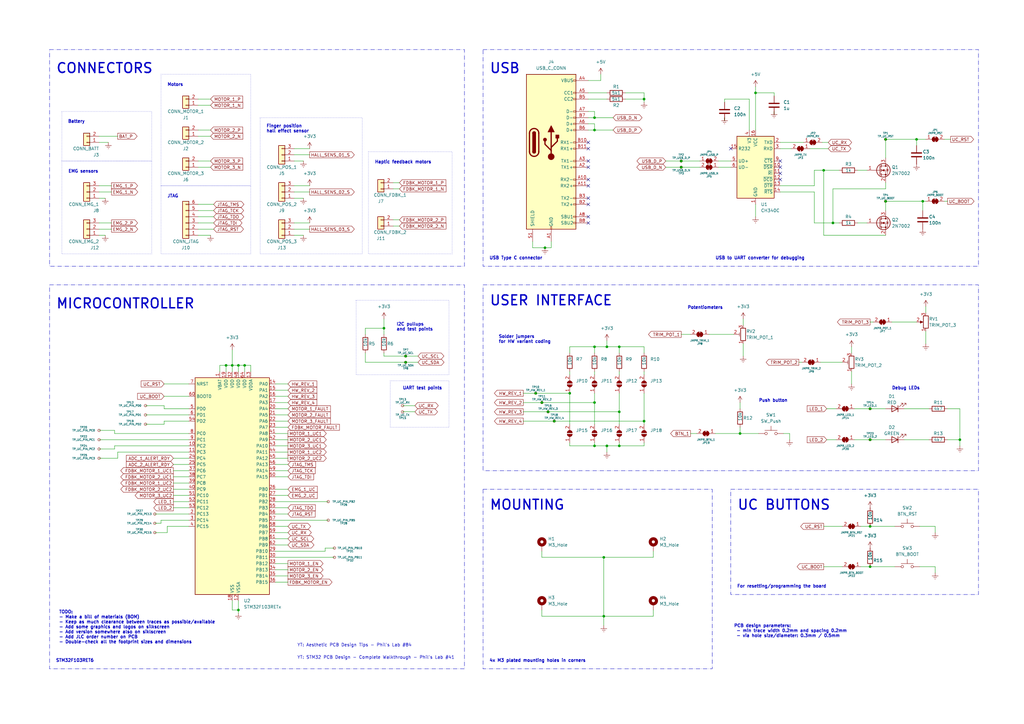
<source format=kicad_sch>
(kicad_sch (version 20230121) (generator eeschema)
  (paper "A3")
  (title_block (title "OpenHand prosthetic hand controller project") (date "2024-01-31") (rev "v1.0") (comment 1 "Aleksa Heler"))
  (junction (at 219.71 161.29))
  (junction (at 243.84 53.34))
  (junction (at 375.92 57.15))
  (junction (at 378.46 82.55))
  (junction (at 356.87 215.9))
  (junction (at 341.63 91.44))
  (junction (at 264.16 172.72))
  (junction (at 264.16 40.64))
  (junction (at 97.79 250.19))
  (junction (at 337.82 69.85))
  (junction (at 254 142.24))
  (junction (at 233.68 161.29))
  (junction (at 393.7 180.34))
  (junction (at 279.4 66.04))
  (junction (at 356.87 167.64))
  (junction (at 254 182.88))
  (junction (at 95.25 149.86))
  (junction (at 92.71 149.86))
  (junction (at 222.25 165.1))
  (junction (at 247.65 228.6))
  (junction (at 243.84 142.24))
  (junction (at 303.53 177.8))
  (junction (at 166.37 148.59))
  (junction (at 166.37 146.05))
  (junction (at 279.4 68.58))
  (junction (at 363.22 57.15))
  (junction (at 254 168.91))
  (junction (at 227.33 172.72))
  (junction (at 356.87 180.34))
  (junction (at 243.84 48.26))
  (junction (at 356.87 232.41))
  (junction (at 243.84 165.1))
  (junction (at 224.79 168.91))
  (junction (at 309.88 38.1))
  (junction (at 243.84 182.88))
  (junction (at 248.92 142.24))
  (junction (at 223.52 101.6))
  (junction (at 363.22 82.55))
  (junction (at 248.92 182.88))
  (junction (at 100.33 149.86))
  (junction (at 247.65 252.73))
  (junction (at 97.79 149.86))
  (junction (at 157.48 134.62))
  (no_connect (at 241.3 81.28))
  (no_connect (at 320.04 73.66))
  (no_connect (at 320.04 68.58))
  (no_connect (at 299.72 60.96))
  (no_connect (at 241.3 68.58))
  (no_connect (at 320.04 71.12))
  (no_connect (at 241.3 60.96))
  (no_connect (at 241.3 76.2))
  (no_connect (at 241.3 91.44))
  (no_connect (at 241.3 83.82))
  (no_connect (at 241.3 88.9))
  (no_connect (at 241.3 66.04))
  (no_connect (at 241.3 58.42))
  (no_connect (at 241.3 73.66))
  (no_connect (at 320.04 66.04))
  (wire (pts (xy 351.79 91.44) (xy 355.6 91.44)))
  (wire (pts (xy 222.25 165.1) (xy 243.84 165.1)))
  (wire (pts (xy 254 182.88) (xy 264.16 182.88)))
  (wire (pts (xy 71.12 205.74) (xy 77.47 205.74)))
  (wire (pts (xy 120.65 93.98) (xy 127 93.98)))
  (wire (pts (xy 102.87 152.4) (xy 102.87 149.86)))
  (wire (pts (xy 71.12 190.5) (xy 77.47 190.5)))
  (wire (pts (xy 363.22 77.47) (xy 341.63 77.47)))
  (wire (pts (xy 157.48 144.78) (xy 157.48 146.05)))
  (wire (pts (xy 67.31 167.64) (xy 67.31 166.37)))
  (wire (pts (xy 320.04 58.42) (xy 329.565 58.42)))
  (wire (pts (xy 317.5 45.72) (xy 317.5 46.99)))
  (wire (pts (xy 214.63 168.91) (xy 224.79 168.91)))
  (wire (pts (xy 113.03 180.34) (xy 118.11 180.34)))
  (wire (pts (xy 379.73 125.73) (xy 379.73 128.27)))
  (wire (pts (xy 222.25 252.73) (xy 247.65 252.73)))
  (wire (pts (xy 264.16 142.24) (xy 264.16 144.78)))
  (wire (pts (xy 226.06 101.6) (xy 226.06 99.06)))
  (wire (pts (xy 113.03 208.28) (xy 118.11 208.28)))
  (wire (pts (xy 303.53 175.26) (xy 303.53 177.8)))
  (wire (pts (xy 40.64 55.88) (xy 48.26 55.88)))
  (wire (pts (xy 40.64 81.28) (xy 43.18 81.28)))
  (wire (pts (xy 370.84 180.34) (xy 381 180.34)))
  (wire (pts (xy 254 181.61) (xy 254 182.88)))
  (wire (pts (xy 67.31 172.72) (xy 67.31 173.99)))
  (wire (pts (xy 71.12 193.04) (xy 77.47 193.04)))
  (wire (pts (xy 81.28 68.58) (xy 86.36 68.58)))
  (wire (pts (xy 81.28 86.36) (xy 87.63 86.36)))
  (wire (pts (xy 113.03 210.82) (xy 118.11 210.82)))
  (wire (pts (xy 71.12 187.96) (xy 77.47 187.96)))
  (wire (pts (xy 71.12 203.2) (xy 77.47 203.2)))
  (wire (pts (xy 113.03 182.88) (xy 118.11 182.88)))
  (wire (pts (xy 67.31 162.56) (xy 77.47 162.56)))
  (wire (pts (xy 218.44 101.6) (xy 223.52 101.6)))
  (wire (pts (xy 149.86 137.16) (xy 149.86 134.62)))
  (wire (pts (xy 256.54 40.64) (xy 264.16 40.64)))
  (wire (pts (xy 59.69 170.18) (xy 77.47 170.18)))
  (wire (pts (xy 97.79 149.86) (xy 97.79 152.4)))
  (wire (pts (xy 48.26 187.96) (xy 48.26 185.42)))
  (wire (pts (xy 40.64 96.52) (xy 43.18 96.52)))
  (wire (pts (xy 243.84 161.29) (xy 243.84 165.1)))
  (wire (pts (xy 81.28 96.52) (xy 86.36 96.52)))
  (wire (pts (xy 46.99 182.88) (xy 46.99 184.15)))
  (wire (pts (xy 113.03 185.42) (xy 118.11 185.42)))
  (wire (pts (xy 113.03 226.06) (xy 133.35 226.06)))
  (wire (pts (xy 224.79 168.91) (xy 254 168.91)))
  (wire (pts (xy 68.58 215.9) (xy 77.47 215.9)))
  (wire (pts (xy 349.25 152.4) (xy 349.25 157.48)))
  (wire (pts (xy 267.97 228.6) (xy 247.65 228.6)))
  (wire (pts (xy 40.64 91.44) (xy 45.72 91.44)))
  (wire (pts (xy 297.18 40.64) (xy 297.18 41.91)))
  (wire (pts (xy 81.28 53.34) (xy 86.36 53.34)))
  (wire (pts (xy 356.87 132.08) (xy 358.14 132.08)))
  (wire (pts (xy 90.17 149.86) (xy 90.17 152.4)))
  (wire (pts (xy 40.64 176.53) (xy 46.99 176.53)))
  (wire (pts (xy 219.71 161.29) (xy 233.68 161.29)))
  (wire (pts (xy 383.54 232.41) (xy 377.19 232.41)))
  (wire (pts (xy 256.54 38.1) (xy 264.16 38.1)))
  (wire (pts (xy 350.52 180.34) (xy 356.87 180.34)))
  (wire (pts (xy 351.79 69.85) (xy 355.6 69.85)))
  (wire (pts (xy 243.84 142.24) (xy 248.92 142.24)))
  (wire (pts (xy 267.97 226.06) (xy 267.97 228.6)))
  (wire (pts (xy 341.63 77.47) (xy 341.63 91.44)))
  (wire (pts (xy 118.11 200.66) (xy 113.03 200.66)))
  (wire (pts (xy 309.88 83.82) (xy 309.88 88.9)))
  (wire (pts (xy 356.87 167.64) (xy 363.22 167.64)))
  (wire (pts (xy 370.84 167.64) (xy 381 167.64)))
  (wire (pts (xy 309.88 35.56) (xy 309.88 38.1)))
  (wire (pts (xy 264.16 38.1) (xy 264.16 40.64)))
  (wire (pts (xy 81.28 93.98) (xy 87.63 93.98)))
  (wire (pts (xy 157.48 130.81) (xy 157.48 134.62)))
  (wire (pts (xy 120.65 63.5) (xy 127 63.5)))
  (wire (pts (xy 214.63 161.29) (xy 219.71 161.29)))
  (wire (pts (xy 118.11 157.48) (xy 113.03 157.48)))
  (wire (pts (xy 118.11 238.76) (xy 113.03 238.76)))
  (wire (pts (xy 356.87 180.34) (xy 363.22 180.34)))
  (wire (pts (xy 337.82 96.52) (xy 337.82 69.85)))
  (wire (pts (xy 113.03 187.96) (xy 118.11 187.96)))
  (wire (pts (xy 157.48 146.05) (xy 166.37 146.05)))
  (wire (pts (xy 241.3 50.8) (xy 243.84 50.8)))
  (wire (pts (xy 248.92 142.24) (xy 254 142.24)))
  (wire (pts (xy 293.37 177.8) (xy 303.53 177.8)))
  (wire (pts (xy 113.03 220.98) (xy 118.11 220.98)))
  (wire (pts (xy 165.1 166.37) (xy 170.18 166.37)))
  (wire (pts (xy 243.84 50.8) (xy 243.84 53.34)))
  (wire (pts (xy 161.29 74.93) (xy 163.83 74.93)))
  (wire (pts (xy 233.68 182.88) (xy 243.84 182.88)))
  (wire (pts (xy 334.01 76.2) (xy 334.01 69.85)))
  (wire (pts (xy 133.35 226.06) (xy 133.35 224.79)))
  (wire (pts (xy 113.03 228.6) (xy 137.16 228.6)))
  (wire (pts (xy 243.84 48.26) (xy 251.46 48.26)))
  (wire (pts (xy 77.47 167.64) (xy 67.31 167.64)))
  (wire (pts (xy 113.03 170.18) (xy 118.11 170.18)))
  (wire (pts (xy 71.12 200.66) (xy 77.47 200.66)))
  (wire (pts (xy 387.35 57.15) (xy 389.89 57.15)))
  (wire (pts (xy 254 142.24) (xy 254 144.78)))
  (wire (pts (xy 248.92 182.88) (xy 248.92 185.42)))
  (wire (pts (xy 118.11 233.68) (xy 113.03 233.68)))
  (wire (pts (xy 363.22 86.36) (xy 363.22 82.55)))
  (wire (pts (xy 95.25 149.86) (xy 97.79 149.86)))
  (wire (pts (xy 66.04 213.36) (xy 66.04 214.63)))
  (wire (pts (xy 118.11 162.56) (xy 113.03 162.56)))
  (wire (pts (xy 77.47 213.36) (xy 66.04 213.36)))
  (wire (pts (xy 120.65 96.52) (xy 124.46 96.52)))
  (wire (pts (xy 67.31 173.99) (xy 59.69 173.99)))
  (wire (pts (xy 92.71 149.86) (xy 95.25 149.86)))
  (wire (pts (xy 353.06 215.9) (xy 356.87 215.9)))
  (wire (pts (xy 290.83 137.16) (xy 300.99 137.16)))
  (wire (pts (xy 81.28 83.82) (xy 87.63 83.82)))
  (wire (pts (xy 113.03 167.64) (xy 118.11 167.64)))
  (wire (pts (xy 113.03 215.9) (xy 118.11 215.9)))
  (wire (pts (xy 95.25 143.51) (xy 95.25 149.86)))
  (wire (pts (xy 321.31 177.8) (xy 323.85 177.8)))
  (wire (pts (xy 165.1 168.91) (xy 170.18 168.91)))
  (wire (pts (xy 356.87 232.41) (xy 367.03 232.41)))
  (wire (pts (xy 294.64 68.58) (xy 299.72 68.58)))
  (wire (pts (xy 247.65 228.6) (xy 247.65 252.73)))
  (wire (pts (xy 63.5 218.44) (xy 68.58 218.44)))
  (wire (pts (xy 337.82 69.85) (xy 344.17 69.85)))
  (wire (pts (xy 243.84 165.1) (xy 243.84 173.99)))
  (wire (pts (xy 171.45 148.59) (xy 166.37 148.59)))
  (wire (pts (xy 222.25 250.19) (xy 222.25 252.73)))
  (wire (pts (xy 264.16 181.61) (xy 264.16 182.88)))
  (wire (pts (xy 388.62 180.34) (xy 393.7 180.34)))
  (wire (pts (xy 113.03 193.04) (xy 118.11 193.04)))
  (wire (pts (xy 279.4 66.04) (xy 287.02 66.04)))
  (wire (pts (xy 247.65 256.54) (xy 247.65 252.73)))
  (wire (pts (xy 71.12 208.28) (xy 77.47 208.28)))
  (wire (pts (xy 166.37 146.05) (xy 171.45 146.05)))
  (wire (pts (xy 283.21 177.8) (xy 285.75 177.8)))
  (wire (pts (xy 118.11 231.14) (xy 113.03 231.14)))
  (wire (pts (xy 248.92 139.7) (xy 248.92 142.24)))
  (wire (pts (xy 149.86 134.62) (xy 157.48 134.62)))
  (wire (pts (xy 81.28 66.04) (xy 86.36 66.04)))
  (wire (pts (xy 120.65 76.2) (xy 127 76.2)))
  (wire (pts (xy 273.05 68.58) (xy 279.4 68.58)))
  (wire (pts (xy 241.3 40.64) (xy 248.92 40.64)))
  (wire (pts (xy 243.84 152.4) (xy 243.84 153.67)))
  (wire (pts (xy 95.25 250.19) (xy 97.79 250.19)))
  (wire (pts (xy 113.03 175.26) (xy 118.11 175.26)))
  (wire (pts (xy 97.79 251.46) (xy 97.79 250.19)))
  (wire (pts (xy 363.22 57.15) (xy 363.22 64.77)))
  (wire (pts (xy 68.58 218.44) (xy 68.58 215.9)))
  (wire (pts (xy 113.03 190.5) (xy 118.11 190.5)))
  (wire (pts (xy 387.35 82.55) (xy 388.62 82.55)))
  (wire (pts (xy 383.54 234.95) (xy 383.54 232.41)))
  (wire (pts (xy 81.28 91.44) (xy 87.63 91.44)))
  (wire (pts (xy 71.12 195.58) (xy 77.47 195.58)))
  (wire (pts (xy 113.03 205.74) (xy 134.62 205.74)))
  (wire (pts (xy 307.34 40.64) (xy 297.18 40.64)))
  (wire (pts (xy 77.47 182.88) (xy 46.99 182.88)))
  (wire (pts (xy 166.37 148.59) (xy 149.86 148.59)))
  (wire (pts (xy 233.68 161.29) (xy 233.68 173.99)))
  (wire (pts (xy 214.63 165.1) (xy 222.25 165.1)))
  (wire (pts (xy 353.06 232.41) (xy 356.87 232.41)))
  (wire (pts (xy 81.28 55.88) (xy 86.36 55.88)))
  (wire (pts (xy 297.18 49.53) (xy 297.18 48.26)))
  (wire (pts (xy 157.48 134.62) (xy 157.48 137.16)))
  (wire (pts (xy 40.64 93.98) (xy 45.72 93.98)))
  (wire (pts (xy 254 152.4) (xy 254 153.67)))
  (wire (pts (xy 92.71 149.86) (xy 92.71 152.4)))
  (wire (pts (xy 337.82 232.41) (xy 345.44 232.41)))
  (wire (pts (xy 267.97 252.73) (xy 267.97 250.19)))
  (wire (pts (xy 363.22 57.15) (xy 375.92 57.15)))
  (wire (pts (xy 327.66 148.59) (xy 328.93 148.59)))
  (wire (pts (xy 113.03 177.8) (xy 118.11 177.8)))
  (wire (pts (xy 59.69 166.37) (xy 67.31 166.37)))
  (wire (pts (xy 334.01 69.85) (xy 337.82 69.85)))
  (wire (pts (xy 113.03 213.36) (xy 134.62 213.36)))
  (wire (pts (xy 378.46 82.55) (xy 378.46 86.36)))
  (wire (pts (xy 248.92 182.88) (xy 254 182.88)))
  (wire (pts (xy 383.54 215.9) (xy 377.19 215.9)))
  (wire (pts (xy 71.12 198.12) (xy 77.47 198.12)))
  (wire (pts (xy 356.87 215.9) (xy 367.03 215.9)))
  (wire (pts (xy 63.5 210.82) (xy 77.47 210.82)))
  (wire (pts (xy 48.26 185.42) (xy 77.47 185.42)))
  (wire (pts (xy 222.25 228.6) (xy 222.25 226.06)))
  (wire (pts (xy 363.22 96.52) (xy 337.82 96.52)))
  (wire (pts (xy 120.65 78.74) (xy 127 78.74)))
  (wire (pts (xy 241.3 48.26) (xy 243.84 48.26)))
  (wire (pts (xy 227.33 172.72) (xy 264.16 172.72)))
  (wire (pts (xy 161.29 90.17) (xy 163.83 90.17)))
  (wire (pts (xy 243.84 45.72) (xy 243.84 48.26)))
  (wire (pts (xy 46.99 177.8) (xy 46.99 176.53)))
  (wire (pts (xy 243.84 182.88) (xy 248.92 182.88)))
  (wire (pts (xy 40.64 180.34) (xy 77.47 180.34)))
  (wire (pts (xy 233.68 142.24) (xy 233.68 144.78)))
  (wire (pts (xy 264.16 161.29) (xy 264.16 172.72)))
  (wire (pts (xy 120.65 60.96) (xy 127 60.96)))
  (wire (pts (xy 100.33 149.86) (xy 100.33 152.4)))
  (wire (pts (xy 241.3 33.02) (xy 246.38 33.02)))
  (wire (pts (xy 77.47 177.8) (xy 46.99 177.8)))
  (wire (pts (xy 337.82 215.9) (xy 345.44 215.9)))
  (wire (pts (xy 118.11 203.2) (xy 113.03 203.2)))
  (wire (pts (xy 233.68 142.24) (xy 243.84 142.24)))
  (wire (pts (xy 375.92 57.15) (xy 375.92 59.69)))
  (wire (pts (xy 97.79 246.38) (xy 97.79 250.19)))
  (wire (pts (xy 341.63 91.44) (xy 344.17 91.44)))
  (wire (pts (xy 100.33 149.86) (xy 102.87 149.86)))
  (wire (pts (xy 92.71 149.86) (xy 90.17 149.86)))
  (wire (pts (xy 264.16 172.72) (xy 264.16 173.99)))
  (wire (pts (xy 304.8 140.97) (xy 304.8 146.05)))
  (wire (pts (xy 133.35 224.79) (xy 137.16 224.79)))
  (wire (pts (xy 379.73 135.89) (xy 379.73 140.97)))
  (wire (pts (xy 81.28 88.9) (xy 87.63 88.9)))
  (wire (pts (xy 393.7 167.64) (xy 393.7 180.34)))
  (wire (pts (xy 323.85 177.8) (xy 323.85 180.34)))
  (wire (pts (xy 95.25 152.4) (xy 95.25 149.86)))
  (wire (pts (xy 218.44 99.06) (xy 218.44 101.6)))
  (wire (pts (xy 243.84 53.34) (xy 251.46 53.34)))
  (wire (pts (xy 337.185 58.42) (xy 339.725 58.42)))
  (wire (pts (xy 81.28 43.18) (xy 86.36 43.18)))
  (wire (pts (xy 383.54 218.44) (xy 383.54 215.9)))
  (wire (pts (xy 334.01 78.74) (xy 320.04 78.74)))
  (wire (pts (xy 294.64 66.04) (xy 299.72 66.04)))
  (wire (pts (xy 40.64 76.2) (xy 45.72 76.2)))
  (wire (pts (xy 320.04 60.96) (xy 324.485 60.96)))
  (wire (pts (xy 279.4 68.58) (xy 287.02 68.58)))
  (wire (pts (xy 40.64 187.96) (xy 48.26 187.96)))
  (wire (pts (xy 120.65 66.04) (xy 124.46 66.04)))
  (wire (pts (xy 393.7 182.88) (xy 393.7 180.34)))
  (wire (pts (xy 40.64 78.74) (xy 45.72 78.74)))
  (wire (pts (xy 241.3 38.1) (xy 248.92 38.1)))
  (wire (pts (xy 339.09 180.34) (xy 342.9 180.34)))
  (wire (pts (xy 317.5 39.37) (xy 317.5 38.1)))
  (wire (pts (xy 264.16 41.91) (xy 264.16 40.64)))
  (wire (pts (xy 334.01 91.44) (xy 341.63 91.44)))
  (wire (pts (xy 332.105 60.96) (xy 339.725 60.96)))
  (wire (pts (xy 118.11 160.02) (xy 113.03 160.02)))
  (wire (pts (xy 77.47 172.72) (xy 67.31 172.72)))
  (wire (pts (xy 241.3 53.34) (xy 243.84 53.34)))
  (wire (pts (xy 161.29 77.47) (xy 163.83 77.47)))
  (wire (pts (xy 113.03 195.58) (xy 118.11 195.58)))
  (wire (pts (xy 67.31 157.48) (xy 77.47 157.48)))
  (wire (pts (xy 273.05 66.04) (xy 279.4 66.04)))
  (wire (pts (xy 349.25 142.24) (xy 349.25 144.78)))
  (wire (pts (xy 254 168.91) (xy 254 173.99)))
  (wire (pts (xy 247.65 228.6) (xy 222.25 228.6)))
  (wire (pts (xy 339.09 167.64) (xy 342.9 167.64)))
  (wire (pts (xy 46.99 184.15) (xy 40.64 184.15)))
  (wire (pts (xy 303.53 177.8) (xy 311.15 177.8)))
  (wire (pts (xy 149.86 148.59) (xy 149.86 144.78)))
  (wire (pts (xy 223.52 101.6) (xy 226.06 101.6)))
  (wire (pts (xy 309.88 38.1) (xy 309.88 53.34)))
  (wire (pts (xy 97.79 149.86) (xy 100.33 149.86)))
  (wire (pts (xy 243.84 181.61) (xy 243.84 182.88)))
  (wire (pts (xy 66.04 214.63) (xy 63.5 214.63)))
  (wire (pts (xy 350.52 167.64) (xy 356.87 167.64)))
  (wire (pts (xy 95.25 246.38) (xy 95.25 250.19)))
  (wire (pts (xy 243.84 142.24) (xy 243.84 144.78)))
  (wire (pts (xy 279.4 137.16) (xy 283.21 137.16)))
  (wire (pts (xy 233.68 181.61) (xy 233.68 182.88)))
  (wire (pts (xy 113.03 172.72) (xy 118.11 172.72)))
  (wire (pts (xy 113.03 218.44) (xy 118.11 218.44)))
  (wire (pts (xy 118.11 236.22) (xy 113.03 236.22)))
  (wire (pts (xy 233.68 152.4) (xy 233.68 153.67)))
  (wire (pts (xy 320.04 76.2) (xy 334.01 76.2)))
  (wire (pts (xy 40.64 58.42) (xy 44.45 58.42)))
  (wire (pts (xy 120.65 91.44) (xy 127 91.44)))
  (wire (pts (xy 247.65 252.73) (xy 267.97 252.73)))
  (wire (pts (xy 254 142.24) (xy 264.16 142.24)))
  (wire (pts (xy 118.11 165.1) (xy 113.03 165.1)))
  (wire (pts (xy 120.65 81.28) (xy 124.46 81.28)))
  (wire (pts (xy 303.53 165.1) (xy 303.53 167.64)))
  (wire (pts (xy 363.22 74.93) (xy 363.22 77.47)))
  (wire (pts (xy 336.55 148.59) (xy 345.44 148.59)))
  (wire (pts (xy 378.46 82.55) (xy 379.73 82.55)))
  (wire (pts (xy 363.22 82.55) (xy 378.46 82.55)))
  (wire (pts (xy 365.76 132.08) (xy 375.92 132.08)))
  (wire (pts (xy 317.5 38.1) (xy 309.88 38.1)))
  (wire (pts (xy 161.29 92.71) (xy 163.83 92.71)))
  (wire (pts (xy 81.28 40.64) (xy 86.36 40.64)))
  (wire (pts (xy 214.63 172.72) (xy 227.33 172.72)))
  (wire (pts (xy 304.8 130.81) (xy 304.8 133.35)))
  (wire (pts (xy 246.38 33.02) (xy 246.38 30.48)))
  (wire (pts (xy 254 161.29) (xy 254 168.91)))
  (wire (pts (xy 388.62 167.64) (xy 393.7 167.64)))
  (wire (pts (xy 113.03 223.52) (xy 118.11 223.52)))
  (wire (pts (xy 241.3 45.72) (xy 243.84 45.72)))
  (wire (pts (xy 264.16 152.4) (xy 264.16 153.67)))
  (wire (pts (xy 307.34 53.34) (xy 307.34 40.64)))
  (wire (pts (xy 375.92 57.15) (xy 379.73 57.15)))
  (wire (pts (xy 334.01 78.74) (xy 334.01 91.44)))
  (rectangle (start 20.32 20.32) (end 190.5 109.22) (stroke (width 0) (type dash_dot)))
  (rectangle (start 198.12 20.32) (end 401.32 109.22) (stroke (width 0) (type dash_dot)))
  (rectangle (start 299.72 200.66) (end 401.32 243.84) (stroke (width 0) (type dash_dot)))
  (rectangle (start 198.12 116.84) (end 401.32 193.04) (stroke (width 0) (type dash_dot)))
  (rectangle (start 146.05 123.19) (end 184.15 153.67) (stroke (width 0) (type dot)))
  (rectangle (start 198.12 200.66) (end 292.1 274.32) (stroke (width 0) (type dash_dot)))
  (rectangle (start 160.02 156.21) (end 184.15 175.26) (stroke (width 0) (type dot)))
  (rectangle (start 25.4 45.72) (end 62.23 66.04) (stroke (width 0) (type dot)))
  (rectangle (start 66.04 76.2) (end 102.87 104.14) (stroke (width 0) (type dot)))
  (rectangle (start 25.4 66.04) (end 62.23 104.14) (stroke (width 0) (type dot)))
  (rectangle (start 151.13 62.23) (end 185.42 104.14) (stroke (width 0) (type dot)))
  (rectangle (start 20.32 116.84) (end 190.5 274.32) (stroke (width 0) (type dash_dot)))
  (rectangle (start 106.68 48.26) (end 148.59 104.14) (stroke (width 0) (type dot)))
  (rectangle (start 66.04 30.48) (end 102.87 76.2) (stroke (width 0) (type dot)))
  (text "I2C pullups\nand test points" (at 162.56 135.89 0) (effects (font (size 1.27 1.27) (thickness 0.254) bold) (justify left bottom)))
  (text "For resetting/programming the board" (at 302.26 241.3 0) (effects (font (size 1.27 1.27) bold) (justify left bottom)))
  (text "Debug LEDs" (at 365.76 160.02 0) (effects (font (size 1.27 1.27) bold) (justify left bottom)))
  (text "Potentiometers" (at 281.94 127 0) (effects (font (size 1.27 1.27) bold) (justify left bottom)))
  (text "MICROCONTROLLER" (at 22.86 127 0) (effects (font (size 4 4) (thickness 0.6) bold) (justify left bottom)))
  (text "Battery" (at 27.8128 50.6759 0) (effects (font (size 1.27 1.27) bold) (justify left bottom)))
  (text "UART test points" (at 165.1 160.02 0) (effects (font (size 1.27 1.27) (thickness 0.254) bold) (justify left bottom)))
  (text "Solder jumpers \nfor HW variant coding" (at 204.47 140.97 0) (effects (font (size 1.27 1.27) bold) (justify left bottom)))
  (text "Haptic feedback motors" (at 153.67 67.31 0) (effects (font (size 1.27 1.27) bold) (justify left bottom)))
  (text "USB" (at 200.66 30.48 0) (effects (font (size 4 4) (thickness 0.6) bold) (justify left bottom)))
  (text "Push button" (at 311.15 165.1 0) (effects (font (size 1.27 1.27) bold) (justify left bottom)))
  (text "4x M3 plated mounting holes in corners" (at 200.66 271.78 0) (effects (font (size 1.27 1.27) bold) (justify left bottom)))
  (text "TODO:\n- Make a bill of materials (BOM)\n- Keep as much clearance between traces as possible/available\n- Add some graphics and logos on silkscreen\n- Add version somewhere also on siklscreen\n- Add JLC order number on PCB\n- Double-check all the footprint sizes and dimensions" (at 24.13 264.16 0) (effects (font (size 1.27 1.27) bold) (justify left bottom)))
  (text "Motors" (at 68.58 35.56 0) (effects (font (size 1.27 1.27) bold) (justify left bottom)))
  (text "MOUNTING" (at 200.66 209.55 0) (effects (font (size 4 4) (thickness 0.6) bold) (justify left bottom)))
  (text "CONNECTORS" (at 22.86 30.48 0) (effects (font (size 4 4) (thickness 0.6) bold) (justify left bottom)))
  (text "PCB design parameters:\n - min trace width 0.2mm and spacing 0.2mm\n - via hole size/diameter: 0.3mm / 0.5mm" (at 300.99 261.62 0) (effects (font (size 1.27 1.27) bold) (justify left bottom)))
  (text "YT: STM32 PCB Design - Complete Walkthrough - Phil's Lab #41" (at 121.92 270.51 0) (effects (font (size 1.27 1.27)) (justify left bottom)))
  (text "USB Type C connector" (at 200.66 106.68 0) (effects (font (size 1.27 1.27) bold) (justify left bottom)))
  (text "USER INTERFACE" (at 200.66 125.73 0) (effects (font (size 4 4) (thickness 0.6) bold) (justify left bottom)))
  (text "STM32F103RET6 " (at 22.86 271.78 0) (effects (font (size 1.27 1.27) bold) (justify left bottom)))
  (text "YT: Aesthetic PCB Design Tips - Phil's Lab #84" (at 121.92 265.43 0) (effects (font (size 1.27 1.27)) (justify left bottom)))
  (text "Finger position \nhall effect sensor" (at 109.22 54.61 0) (effects (font (size 1.27 1.27) bold) (justify left bottom)))
  (text "USB to UART converter for debugging" (at 293.37 106.68 0) (effects (font (size 1.27 1.27) bold) (justify left bottom)))
  (text "UC BUTTONS" (at 302.26 209.55 0) (effects (font (size 4 4) (thickness 0.6) bold) (justify left bottom)))
  (text "EMG sensors" (at 27.94 71.12 0) (effects (font (size 1.27 1.27) bold) (justify left bottom)))
  (text "JTAG" (at 68.58 81.28 0) (effects (font (size 1.27 1.27) bold) (justify left bottom)))
  (global_label "JTAG_TCK" (shape bidirectional) (at 87.63 86.36 0) (property "Intersheetrefs" "${INTERSHEET_REFS}" (effects hide)))
  (global_label "UC_BOOT" (shape output) (at 388.62 82.55 0) (property "Intersheetrefs" "${INTERSHEET_REFS}" (effects hide)))
  (global_label "UC_SDA" (shape bidirectional) (at 171.45 148.59 0) (property "Intersheetrefs" "${INTERSHEET_REFS}" (effects hide)))
  (global_label "UC_TX" (shape bidirectional) (at 118.11 215.9 0) (property "Intersheetrefs" "${INTERSHEET_REFS}" (effects hide)))
  (global_label "LED_1" (shape output) (at 71.12 205.74 180) (property "Intersheetrefs" "${INTERSHEET_REFS}" (effects hide)))
  (global_label "EMG_2_UC" (shape input) (at 118.11 203.2 0) (property "Intersheetrefs" "${INTERSHEET_REFS}" (effects hide)))
  (global_label "UC_SCL" (shape bidirectional) (at 171.45 146.05 0) (property "Intersheetrefs" "${INTERSHEET_REFS}" (effects hide)))
  (global_label "MOTOR_3_P" (shape input) (at 86.36 66.04 0) (property "Intersheetrefs" "${INTERSHEET_REFS}" (effects hide)))
  (global_label "JTAG_TDO" (shape input) (at 118.11 208.28 0) (property "Intersheetrefs" "${INTERSHEET_REFS}" (effects hide)))
  (global_label "ADC_2_ALERT_RDY" (shape input) (at 71.12 190.5 180) (property "Intersheetrefs" "${INTERSHEET_REFS}" (effects hide)))
  (global_label "MOTOR_1_EN" (shape output) (at 118.11 231.14 0) (property "Intersheetrefs" "${INTERSHEET_REFS}" (effects hide)))
  (global_label "EMG_1_P" (shape output) (at 45.72 76.2 0) (property "Intersheetrefs" "${INTERSHEET_REFS}" (effects hide)))
  (global_label "TRIM_POT_1" (shape output) (at 279.4 137.16 180) (property "Intersheetrefs" "${INTERSHEET_REFS}" (effects hide)))
  (global_label "MOTOR_2_FAULT" (shape input) (at 118.11 170.18 0) (property "Intersheetrefs" "${INTERSHEET_REFS}" (effects hide)))
  (global_label "MOTOR_1_P" (shape input) (at 86.36 40.64 0) (property "Intersheetrefs" "${INTERSHEET_REFS}" (effects hide)))
  (global_label "USB_D_P" (shape bidirectional) (at 251.46 53.34 0) (property "Intersheetrefs" "${INTERSHEET_REFS}" (effects hide)))
  (global_label "JTAG_TDO" (shape bidirectional) (at 87.63 88.9 0) (property "Intersheetrefs" "${INTERSHEET_REFS}" (effects hide)))
  (global_label "JTAG_TMS" (shape input) (at 118.11 190.5 0) (property "Intersheetrefs" "${INTERSHEET_REFS}" (effects hide)))
  (global_label "JTAG_RST" (shape input) (at 118.11 210.82 0) (property "Intersheetrefs" "${INTERSHEET_REFS}" (effects hide)))
  (global_label "MOTOR_2_UC1" (shape output) (at 118.11 180.34 0) (property "Intersheetrefs" "${INTERSHEET_REFS}" (effects hide)))
  (global_label "FDBK_MOTOR_2_UC2" (shape output) (at 71.12 200.66 180) (property "Intersheetrefs" "${INTERSHEET_REFS}" (effects hide)))
  (global_label "HW_REV_2" (shape output) (at 214.63 165.1 180) (property "Intersheetrefs" "${INTERSHEET_REFS}" (effects hide)))
  (global_label "HW_REV_4" (shape output) (at 214.63 172.72 180) (property "Intersheetrefs" "${INTERSHEET_REFS}" (effects hide)))
  (global_label "EMG_1_N" (shape output) (at 45.72 78.74 0) (property "Intersheetrefs" "${INTERSHEET_REFS}" (effects hide)))
  (global_label "JTAG_RST" (shape bidirectional) (at 87.63 93.98 0) (property "Intersheetrefs" "${INTERSHEET_REFS}" (effects hide)))
  (global_label "FDBK_MOTOR_2_P" (shape input) (at 163.83 90.17 0) (property "Intersheetrefs" "${INTERSHEET_REFS}" (effects hide)))
  (global_label "UC_TX" (shape bidirectional) (at 170.18 168.91 0) (property "Intersheetrefs" "${INTERSHEET_REFS}" (effects hide)))
  (global_label "HW_REV_2" (shape input) (at 118.11 160.02 0) (property "Intersheetrefs" "${INTERSHEET_REFS}" (effects hide)))
  (global_label "MOTOR_3_UC1" (shape output) (at 118.11 182.88 0) (property "Intersheetrefs" "${INTERSHEET_REFS}" (effects hide)))
  (global_label "UC_RX" (shape bidirectional) (at 339.725 58.42 0) (property "Intersheetrefs" "${INTERSHEET_REFS}" (effects hide)))
  (global_label "HW_REV_1" (shape output) (at 214.63 161.29 180) (property "Intersheetrefs" "${INTERSHEET_REFS}" (effects hide)))
  (global_label "EMG_2_N" (shape output) (at 45.72 93.98 0) (property "Intersheetrefs" "${INTERSHEET_REFS}" (effects hide)))
  (global_label "JTAG_TMS" (shape bidirectional) (at 87.63 83.82 0) (property "Intersheetrefs" "${INTERSHEET_REFS}" (effects hide)))
  (global_label "UC_BOOT" (shape output) (at 337.82 232.41 180) (property "Intersheetrefs" "${INTERSHEET_REFS}" (effects hide)))
  (global_label "FDBK_MOTOR_1_UC2" (shape output) (at 71.12 198.12 180) (property "Intersheetrefs" "${INTERSHEET_REFS}" (effects hide)))
  (global_label "UC_RX" (shape bidirectional) (at 118.11 218.44 0) (property "Intersheetrefs" "${INTERSHEET_REFS}" (effects hide)))
  (global_label "LED_2" (shape output) (at 71.12 208.28 180) (property "Intersheetrefs" "${INTERSHEET_REFS}" (effects hide)))
  (global_label "MOTOR_3_UC2" (shape output) (at 71.12 203.2 180) (property "Intersheetrefs" "${INTERSHEET_REFS}" (effects hide)))
  (global_label "UC_TX" (shape bidirectional) (at 339.725 60.96 0) (property "Intersheetrefs" "${INTERSHEET_REFS}" (effects hide)))
  (global_label "MOTOR_3_FAULT" (shape input) (at 118.11 172.72 0) (property "Intersheetrefs" "${INTERSHEET_REFS}" (effects hide)))
  (global_label "FDBK_MOTOR_1_P" (shape input) (at 163.83 74.93 0) (property "Intersheetrefs" "${INTERSHEET_REFS}" (effects hide)))
  (global_label "USB_D_N" (shape bidirectional) (at 273.05 68.58 180) (property "Intersheetrefs" "${INTERSHEET_REFS}" (effects hide)))
  (global_label "HW_REV_4" (shape input) (at 118.11 165.1 0) (property "Intersheetrefs" "${INTERSHEET_REFS}" (effects hide)))
  (global_label "MOTOR_3_EN" (shape output) (at 118.11 236.22 0) (property "Intersheetrefs" "${INTERSHEET_REFS}" (effects hide)))
  (global_label "MOTOR_1_UC2" (shape output) (at 118.11 185.42 0) (property "Intersheetrefs" "${INTERSHEET_REFS}" (effects hide)))
  (global_label "HW_REV_1" (shape input) (at 118.11 157.48 0) (property "Intersheetrefs" "${INTERSHEET_REFS}" (effects hide)))
  (global_label "BAT_P" (shape output) (at 48.26 55.88 0) (property "Intersheetrefs" "${INTERSHEET_REFS}" (effects hide)))
  (global_label "UC_BOOT" (shape input) (at 67.31 162.56 180) (property "Intersheetrefs" "${INTERSHEET_REFS}" (effects hide)))
  (global_label "LED_2" (shape input) (at 339.09 180.34 180) (property "Intersheetrefs" "${INTERSHEET_REFS}" (effects hide)))
  (global_label "UC_RST" (shape output) (at 389.89 57.15 0) (property "Intersheetrefs" "${INTERSHEET_REFS}" (effects hide)))
  (global_label "HALL_SENS_02_S" (shape output) (at 127 78.74 0) (property "Intersheetrefs" "${INTERSHEET_REFS}" (effects hide)))
  (global_label "FDBK_MOTOR_1_UC1" (shape output) (at 71.12 193.04 180) (property "Intersheetrefs" "${INTERSHEET_REFS}" (effects hide)))
  (global_label "FDBK_MOTOR_2_UC1" (shape output) (at 71.12 195.58 180) (property "Intersheetrefs" "${INTERSHEET_REFS}" (effects hide)))
  (global_label "MOTOR_1_N" (shape input) (at 86.36 43.18 0) (property "Intersheetrefs" "${INTERSHEET_REFS}" (effects hide)))
  (global_label "MOTOR_2_P" (shape input) (at 86.36 53.34 0) (property "Intersheetrefs" "${INTERSHEET_REFS}" (effects hide)))
  (global_label "HW_REV_3" (shape input) (at 118.11 162.56 0) (property "Intersheetrefs" "${INTERSHEET_REFS}" (effects hide)))
  (global_label "HW_REV_3" (shape output) (at 214.63 168.91 180) (property "Intersheetrefs" "${INTERSHEET_REFS}" (effects hide)))
  (global_label "FDBK_MOTOR_FAULT" (shape input) (at 118.11 175.26 0) (property "Intersheetrefs" "${INTERSHEET_REFS}" (effects hide)))
  (global_label "HALL_SENS_01_S" (shape output) (at 127 63.5 0) (property "Intersheetrefs" "${INTERSHEET_REFS}" (effects hide)))
  (global_label "EMG_2_P" (shape output) (at 45.72 91.44 0) (property "Intersheetrefs" "${INTERSHEET_REFS}" (effects hide)))
  (global_label "FDBK_MOTOR_2_N" (shape input) (at 163.83 92.71 0) (property "Intersheetrefs" "${INTERSHEET_REFS}" (effects hide)))
  (global_label "JTAG_TCK" (shape input) (at 118.11 193.04 0) (property "Intersheetrefs" "${INTERSHEET_REFS}" (effects hide)))
  (global_label "JTAG_TDI" (shape input) (at 118.11 195.58 0) (property "Intersheetrefs" "${INTERSHEET_REFS}" (effects hide)))
  (global_label "USB_D_N" (shape bidirectional) (at 251.46 48.26 0) (property "Intersheetrefs" "${INTERSHEET_REFS}" (effects hide)))
  (global_label "TRIM_POT_3" (shape output) (at 356.87 132.08 180) (property "Intersheetrefs" "${INTERSHEET_REFS}" (effects hide)))
  (global_label "MOTOR_2_UC2" (shape output) (at 118.11 187.96 0) (property "Intersheetrefs" "${INTERSHEET_REFS}" (effects hide)))
  (global_label "UC_SDA" (shape bidirectional) (at 118.11 223.52 0) (property "Intersheetrefs" "${INTERSHEET_REFS}" (effects hide)))
  (global_label "JTAG_TDI" (shape bidirectional) (at 87.63 91.44 0) (property "Intersheetrefs" "${INTERSHEET_REFS}" (effects hide)))
  (global_label "UC_RX" (shape bidirectional) (at 170.18 166.37 0) (property "Intersheetrefs" "${INTERSHEET_REFS}" (effects hide)))
  (global_label "ADC_1_ALERT_RDY" (shape input) (at 71.12 187.96 180) (property "Intersheetrefs" "${INTERSHEET_REFS}" (effects hide)))
  (global_label "MOTOR_1_FAULT" (shape input) (at 118.11 167.64 0) (property "Intersheetrefs" "${INTERSHEET_REFS}" (effects hide)))
  (global_label "UC_SCL" (shape bidirectional) (at 118.11 220.98 0) (property "Intersheetrefs" "${INTERSHEET_REFS}" (effects hide)))
  (global_label "BTN_1" (shape output) (at 283.21 177.8 180) (property "Intersheetrefs" "${INTERSHEET_REFS}" (effects hide)))
  (global_label "MOTOR_2_N" (shape input) (at 86.36 55.88 0) (property "Intersheetrefs" "${INTERSHEET_REFS}" (effects hide)))
  (global_label "UC_RST" (shape input) (at 67.31 157.48 180) (property "Intersheetrefs" "${INTERSHEET_REFS}" (effects hide)))
  (global_label "MOTOR_2_EN" (shape output) (at 118.11 233.68 0) (property "Intersheetrefs" "${INTERSHEET_REFS}" (effects hide)))
  (global_label "EMG_1_UC" (shape input) (at 118.11 200.66 0) (property "Intersheetrefs" "${INTERSHEET_REFS}" (effects hide)))
  (global_label "LED_1" (shape input) (at 339.09 167.64 180) (property "Intersheetrefs" "${INTERSHEET_REFS}" (effects hide)))
  (global_label "HALL_SENS_03_S" (shape output) (at 127 93.98 0) (property "Intersheetrefs" "${INTERSHEET_REFS}" (effects hide)))
  (global_label "TRIM_POT_2" (shape output) (at 327.66 148.59 180) (property "Intersheetrefs" "${INTERSHEET_REFS}" (effects hide)))
  (global_label "USB_D_P" (shape bidirectional) (at 273.05 66.04 180) (property "Intersheetrefs" "${INTERSHEET_REFS}" (effects hide)))
  (global_label "UC_RST" (shape output) (at 337.82 215.9 180) (property "Intersheetrefs" "${INTERSHEET_REFS}" (effects hide)))
  (global_label "MOTOR_1_UC1" (shape output) (at 118.11 177.8 0) (property "Intersheetrefs" "${INTERSHEET_REFS}" (effects hide)))
  (global_label "MOTOR_3_N" (shape input) (at 86.36 68.58 0) (property "Intersheetrefs" "${INTERSHEET_REFS}" (effects hide)))
  (global_label "FDBK_MOTOR_EN" (shape output) (at 118.11 238.76 0) (property "Intersheetrefs" "${INTERSHEET_REFS}" (effects hide)))
  (global_label "FDBK_MOTOR_1_N" (shape input) (at 163.83 77.47 0) (property "Intersheetrefs" "${INTERSHEET_REFS}" (effects hide)))
  (symbol (lib_id "Connector:TestPoint_Small") (at 63.5 218.44 180) (unit 1)
    (property "Reference" "TP30" (at 57.15 217.17 0) (effects (font (size 0.8 0.8))))
    (property "Value" "TP_UC_PIN_PC15" (at 57.15 218.44 0) (effects (font (size 0.8 0.8))))
    (property "Footprint" "TestPoint:TestPoint_Pad_D1.0mm" (effects hide))
  )
  (symbol (lib_id "Connector_Generic:Conn_01x03") (at 115.57 78.74 180) (unit 1)
    (property "Reference" "J9" (at 115.57 86.36 0))
    (property "Value" "CONN_POS_2" (at 115.57 83.82 0))
    (property "Footprint" "Connector_JST:JST_EH_S3B-EH_1x03_P2.50mm_Horizontal" (effects hide))
  )
  (symbol (lib_id "Device:R") (at 264.16 148.59 0) (unit 1)
    (property "Reference" "R10" (at 266.7 147.32 0) (effects (justify left)))
    (property "Value" "10k" (at 264.16 149.86 90) (effects (justify left)))
    (property "Footprint" "Resistor_SMD:R_0805_2012Metric_Pad1.20x1.40mm_HandSolder" (effects hide))
  )
  (symbol (lib_id "Connector_Generic:Conn_01x02") (at 156.21 92.71 180) (unit 1)
    (property "Reference" "J11" (at 156.21 97.79 0))
    (property "Value" "CONN_FDBK_2" (at 160.02 95.25 0))
    (property "Footprint" "Connector_JST:JST_EH_S2B-EH_1x02_P2.50mm_Horizontal" (effects hide))
  )
  (symbol (lib_id "power:+5V") (at 309.88 35.56 0) (unit 1)
    (property "Reference" "#PWR02" (effects hide))
    (property "Value" "+5V" (at 309.88 30.48 0))
  )
  (symbol (lib_id "power:+3V3") (at 304.8 130.81 0) (unit 1)
    (property "Reference" "#PWR022" (effects hide))
    (property "Value" "+3V3" (at 304.8 125.73 0))
  )
  (symbol (lib_id "power:Earth") (at 297.18 48.26 0) (unit 1)
    (property "Reference" "#PWR05" (effects hide))
    (property "Value" "Earth" (effects hide))
  )
  (symbol (lib_id "power:Earth") (at 383.54 234.95 0) (unit 1)
    (property "Reference" "#PWR036" (effects hide))
    (property "Value" "Earth" (effects hide))
  )
  (symbol (lib_id "Jumper:SolderJumper_2_Bridged") (at 383.54 57.15 0) (unit 1)
    (property "Reference" "JP1" (at 383.54 53.34 0) (effects (font (size 0.8 0.8))))
    (property "Value" "JMPR_RST" (at 383.54 54.61 0) (effects (font (size 0.8 0.8))))
    (property "Footprint" "Jumper:SolderJumper-2_P1.3mm_Bridged_RoundedPad1.0x1.5mm" (effects hide))
  )
  (symbol (lib_id "Device:R") (at 356.87 228.6 0) (unit 1)
    (property "Reference" "R15" (at 358.14 229.87 0) (effects (justify left)))
    (property "Value" "10k" (at 356.87 229.87 90) (effects (justify left)))
    (property "Footprint" "Resistor_SMD:R_0805_2012Metric_Pad1.20x1.40mm_HandSolder" (effects hide))
  )
  (symbol (lib_id "Jumper:SolderJumper_2_Open") (at 243.84 157.48 90) (unit 1)
    (property "Reference" "JP11" (at 246.38 156.21 90) (effects (justify right)))
    (property "Value" "SolderJumper_2_Open" (effects hide))
    (property "Footprint" "Jumper:SolderJumper-2_P1.3mm_Open_RoundedPad1.0x1.5mm" (effects hide))
  )
  (symbol (lib_id "Jumper:SolderJumper_2_Open") (at 233.68 157.48 90) (unit 1)
    (property "Reference" "JP10" (at 236.22 156.21 90) (effects (justify right)))
    (property "Value" "SolderJumper_2_Open" (effects hide))
    (property "Footprint" "Jumper:SolderJumper-2_P1.3mm_Open_RoundedPad1.0x1.5mm" (effects hide))
  )
  (symbol (lib_id "Jumper:SolderJumper_2_Bridged") (at 349.25 232.41 180) (unit 1)
    (property "Reference" "JP22" (at 349.25 236.22 0) (effects (font (size 0.8 0.8))))
    (property "Value" "JMPR_BTN_BOOT" (at 349.25 234.95 0) (effects (font (size 0.8 0.8))))
    (property "Footprint" "Jumper:SolderJumper-2_P1.3mm_Bridged_RoundedPad1.0x1.5mm" (effects hide))
  )
  (symbol (lib_id "Device:R") (at 149.86 140.97 180) (unit 1)
    (property "Reference" "R5" (at 151.13 140.97 0) (effects (justify right)))
    (property "Value" "10k" (at 149.86 142.24 90) (effects (justify right)))
    (property "Footprint" "Resistor_SMD:R_0805_2012Metric_Pad1.20x1.40mm_HandSolder" (effects hide))
  )
  (symbol (lib_id "Connector:TestPoint_Small") (at 40.64 176.53 180) (unit 1)
    (property "Reference" "TP20" (at 34.29 175.26 0) (effects (font (size 0.8 0.8))))
    (property "Value" "TP_UC_PIN_PC0" (at 34.29 176.53 0) (effects (font (size 0.8 0.8))))
    (property "Footprint" "TestPoint:TestPoint_Pad_D1.0mm" (effects hide))
  )
  (symbol (lib_id "Switch:SW_Push") (at 372.11 215.9 0) (unit 1)
    (property "Reference" "SW2" (at 372.11 208.28 0))
    (property "Value" "BTN_RST" (at 372.11 210.82 0))
    (property "Footprint" "Button_Switch_SMD:SW_Tactile_SPST_NO_Straight_CK_PTS636Sx25SMTRLFS" (effects hide))
  )
  (symbol (lib_id "Jumper:SolderJumper_2_Bridged") (at 346.71 180.34 180) (unit 1)
    (property "Reference" "JP20" (at 346.71 184.15 0) (effects (font (size 0.8 0.8))))
    (property "Value" "JMPR_LED_2" (at 346.71 182.88 0) (effects (font (size 0.8 0.8))))
    (property "Footprint" "Jumper:SolderJumper-2_P1.3mm_Bridged_RoundedPad1.0x1.5mm" (effects hide))
  )
  (symbol (lib_id "power:Earth") (at 349.25 157.48 0) (unit 1)
    (property "Reference" "#PWR028" (effects hide))
    (property "Value" "Earth" (effects hide))
  )
  (symbol (lib_id "power:Earth") (at 264.16 41.91 0) (unit 1)
    (property "Reference" "#PWR03" (effects hide))
    (property "Value" "Earth" (effects hide))
  )
  (symbol (lib_id "Device:LED") (at 367.03 167.64 180) (unit 1)
    (property "Reference" "D1" (at 365.76 162.56 0))
    (property "Value" "RED" (at 365.76 165.1 0))
    (property "Footprint" "LED_SMD:LED_0805_2012Metric" (effects hide))
  )
  (symbol (lib_id "Device:R") (at 252.73 40.64 90) (unit 1)
    (property "Reference" "R2" (at 252.73 43.18 90))
    (property "Value" "5k1" (at 252.73 40.64 90))
    (property "Footprint" "Resistor_SMD:R_0805_2012Metric_Pad1.20x1.40mm_HandSolder" (effects hide))
  )
  (symbol (lib_id "Jumper:SolderJumper_2_Bridged") (at 361.95 132.08 180) (unit 1)
    (property "Reference" "JP7" (at 361.95 135.89 0) (effects (font (size 0.8 0.8))))
    (property "Value" "JMPR_POT_1" (at 361.95 134.62 0) (effects (font (size 0.8 0.8))))
    (property "Footprint" "Jumper:SolderJumper-2_P1.3mm_Bridged_RoundedPad1.0x1.5mm" (effects hide))
  )
  (symbol (lib_id "Connector:TestPoint_Small") (at 63.5 214.63 180) (unit 1)
    (property "Reference" "TP29" (at 57.15 213.36 0) (effects (font (size 0.8 0.8))))
    (property "Value" "TP_UC_PIN_PC14" (at 57.15 214.63 0) (effects (font (size 0.8 0.8))))
    (property "Footprint" "TestPoint:TestPoint_Pad_D1.0mm" (effects hide))
  )
  (symbol (lib_id "power:Earth") (at 43.18 96.52 0) (unit 1)
    (property "Reference" "#PWR016" (effects hide))
    (property "Value" "Earth" (effects hide))
  )
  (symbol (lib_id "power:Earth") (at 124.46 96.52 0) (unit 1)
    (property "Reference" "#PWR018" (effects hide))
    (property "Value" "Earth" (effects hide))
  )
  (symbol (lib_id "power:Earth") (at 317.5 45.72 0) (unit 1)
    (property "Reference" "#PWR04" (effects hide))
    (property "Value" "Earth" (effects hide))
  )
  (symbol (lib_id "Connector:TestPoint_Small") (at 279.4 68.58 0) (unit 1)
    (property "Reference" "TP3" (at 279.4 71.12 0) (effects (font (size 0.8 0.8))))
    (property "Value" "TP_USB_D_N" (at 279.4 69.85 0) (effects (font (size 0.8 0.8))))
    (property "Footprint" "TestPoint:TestPoint_Pad_D1.0mm" (effects hide))
  )
  (symbol (lib_id "power:+3V3") (at 157.48 130.81 0) (unit 1)
    (property "Reference" "#PWR021" (effects hide))
    (property "Value" "+3V3" (at 157.48 125.73 0))
  )
  (symbol (lib_id "Device:R") (at 233.68 148.59 0) (unit 1)
    (property "Reference" "R7" (at 236.22 147.32 0) (effects (justify left)))
    (property "Value" "10k" (at 233.68 149.86 90) (effects (justify left)))
    (property "Footprint" "Resistor_SMD:R_0805_2012Metric_Pad1.20x1.40mm_HandSolder" (effects hide))
  )
  (symbol (lib_id "Connector:TestPoint_Small") (at 279.4 66.04 180) (unit 1)
    (property "Reference" "TP2" (at 279.4 63.5 0) (effects (font (size 0.8 0.8))))
    (property "Value" "TP_USB_D_P" (at 279.4 64.77 0) (effects (font (size 0.8 0.8))))
    (property "Footprint" "TestPoint:TestPoint_Pad_D1.0mm" (effects hide))
  )
  (symbol (lib_id "Device:R") (at 384.81 167.64 90) (unit 1)
    (property "Reference" "R11" (at 384.81 165.1 90))
    (property "Value" "4k7" (at 384.81 167.64 90))
    (property "Footprint" "Resistor_SMD:R_0805_2012Metric_Pad1.20x1.40mm_HandSolder" (effects hide))
  )
  (symbol (lib_id "Transistor_FET:2N7002") (at 360.68 69.85 0) (unit 1)
    (property "Reference" "Q1" (at 365.76 68.58 0) (effects (justify left)))
    (property "Value" "2N7002" (at 365.76 71.12 0) (effects (justify left)))
    (property "Footprint" "Package_TO_SOT_SMD:SOT-23" (effects hide))
    (property "Datasheet" "https://www.onsemi.com/pub/Collateral/NDS7002A-D.PDF" (effects hide))
  )
  (symbol (lib_id "Mechanical:MountingHole_Pad") (at 267.97 247.65 0) (unit 1)
    (property "Reference" "H4" (at 270.51 245.11 0) (effects (justify left)))
    (property "Value" "M3_Hole" (at 270.51 247.65 0) (effects (justify left)))
    (property "Footprint" "MountingHole:MountingHole_3.2mm_M3_Pad_Via" (effects hide))
  )
  (symbol (lib_id "power:Earth") (at 383.54 218.44 0) (unit 1)
    (property "Reference" "#PWR034" (effects hide))
    (property "Value" "Earth" (effects hide))
  )
  (symbol (lib_id "Connector:TestPoint_Small") (at 219.71 161.29 180) (unit 1)
    (property "Reference" "TP10" (at 219.71 158.75 0) (effects (font (size 0.8 0.8))))
    (property "Value" "TP_HW_REV_1" (at 219.71 160.02 0) (effects (font (size 0.8 0.8))))
    (property "Footprint" "TestPoint:TestPoint_Pad_D1.0mm" (effects hide))
  )
  (symbol (lib_id "Connector:USB_C_Receptacle") (at 226.06 58.42 0) (unit 1)
    (property "Reference" "J4" (at 226.06 25.4 0))
    (property "Value" "USB_C_CONN" (at 226.06 27.94 0))
    (property "Footprint" "Connector_USB:USB_C_Receptacle_G-Switch_GT-USB-7010ASV" (effects hide))
    (property "Datasheet" "https://www.usb.org/sites/default/files/documents/usb_type-c.zip" (effects hide))
  )
  (symbol (lib_id "Device:R") (at 347.98 69.85 90) (unit 1)
    (property "Reference" "R3" (at 347.98 67.31 90))
    (property "Value" "1k" (at 347.98 69.85 90))
    (property "Footprint" "Resistor_SMD:R_0805_2012Metric_Pad1.20x1.40mm_HandSolder" (effects hide))
  )
  (symbol (lib_id "power:+3V3") (at 127 76.2 0) (unit 1)
    (property "Reference" "#PWR010" (effects hide))
    (property "Value" "+3V3" (at 127 71.12 0))
  )
  (symbol (lib_id "Connector:TestPoint_Small") (at 40.64 187.96 180) (unit 1)
    (property "Reference" "TP25" (at 34.29 186.69 0) (effects (font (size 0.8 0.8))))
    (property "Value" "TP_UC_PIN_PC3" (at 34.29 187.96 0) (effects (font (size 0.8 0.8))))
    (property "Footprint" "TestPoint:TestPoint_Pad_D1.0mm" (effects hide))
  )
  (symbol (lib_id "Jumper:SolderJumper_2_Bridged") (at 383.54 82.55 0) (unit 1)
    (property "Reference" "JP6" (at 383.54 78.74 0) (effects (font (size 0.8 0.8))))
    (property "Value" "JMPR_BOOT" (at 383.54 80.01 0) (effects (font (size 0.8 0.8))))
    (property "Footprint" "Jumper:SolderJumper-2_P1.3mm_Bridged_RoundedPad1.0x1.5mm" (effects hide))
  )
  (symbol (lib_id "Connector:TestPoint_Small") (at 59.69 173.99 180) (unit 1)
    (property "Reference" "TP19" (at 53.34 172.72 0) (effects (font (size 0.8 0.8))))
    (property "Value" "TP_UC_PIN_PD2" (at 53.34 173.99 0) (effects (font (size 0.8 0.8))))
    (property "Footprint" "TestPoint:TestPoint_Pad_D1.0mm" (effects hide))
  )
  (symbol (lib_id "Device:R") (at 243.84 148.59 0) (unit 1)
    (property "Reference" "R8" (at 246.38 147.32 0) (effects (justify left)))
    (property "Value" "10k" (at 243.84 149.86 90) (effects (justify left)))
    (property "Footprint" "Resistor_SMD:R_0805_2012Metric_Pad1.20x1.40mm_HandSolder" (effects hide))
  )
  (symbol (lib_id "Jumper:SolderJumper_2_Open") (at 264.16 157.48 90) (unit 1)
    (property "Reference" "JP13" (at 266.7 156.21 90) (effects (justify right)))
    (property "Value" "SolderJumper_2_Open" (effects hide))
    (property "Footprint" "Jumper:SolderJumper-2_P1.3mm_Open_RoundedPad1.0x1.5mm" (effects hide))
  )
  (symbol (lib_id "power:+3V3") (at 303.53 165.1 0) (unit 1)
    (property "Reference" "#PWR029" (effects hide))
    (property "Value" "+3V3" (at 303.53 160.02 0))
  )
  (symbol (lib_id "power:+3V3") (at 379.73 125.73 0) (unit 1)
    (property "Reference" "#PWR020" (effects hide))
    (property "Value" "+3V3" (at 379.73 120.65 0))
  )
  (symbol (lib_id "Transistor_FET:2N7002") (at 360.68 91.44 0) (unit 1)
    (property "Reference" "Q2" (at 365.76 90.17 0) (effects (justify left)))
    (property "Value" "2N7002" (at 365.76 92.71 0) (effects (justify left)))
    (property "Footprint" "Package_TO_SOT_SMD:SOT-23" (effects hide))
    (property "Datasheet" "https://www.onsemi.com/pub/Collateral/NDS7002A-D.PDF" (effects hide))
  )
  (symbol (lib_id "power:Earth") (at 44.45 58.42 0) (unit 1)
    (property "Reference" "#PWR06" (effects hide))
    (property "Value" "Earth" (effects hide))
  )
  (symbol (lib_id "power:Earth") (at 43.18 81.28 0) (unit 1)
    (property "Reference" "#PWR011" (effects hide))
    (property "Value" "Earth" (effects hide))
  )
  (symbol (lib_id "Jumper:SolderJumper_2_Open") (at 264.16 177.8 90) (unit 1)
    (property "Reference" "JP18" (at 266.7 176.53 90) (effects (justify right)))
    (property "Value" "SolderJumper_2_Open" (effects hide))
    (property "Footprint" "Jumper:SolderJumper-2_P1.3mm_Open_RoundedPad1.0x1.5mm" (effects hide))
  )
  (symbol (lib_id "Device:R") (at 157.48 140.97 180) (unit 1)
    (property "Reference" "R6" (at 158.75 140.97 0) (effects (justify right)))
    (property "Value" "10k" (at 157.48 142.24 90) (effects (justify right)))
    (property "Footprint" "Resistor_SMD:R_0805_2012Metric_Pad1.20x1.40mm_HandSolder" (effects hide))
  )
  (symbol (lib_id "power:+3V3") (at 127 91.44 0) (unit 1)
    (property "Reference" "#PWR014" (effects hide))
    (property "Value" "+3V3" (at 127 86.36 0))
  )
  (symbol (lib_id "Connector:TestPoint_Small") (at 165.1 166.37 180) (unit 1)
    (property "Reference" "TP13" (at 165.1 163.83 0) (effects (font (size 0.8 0.8))))
    (property "Value" "TP_UC_RX" (at 165.1 165.1 0) (effects (font (size 0.8 0.8))))
    (property "Footprint" "TestPoint:TestPoint_Pad_D1.0mm" (effects hide))
  )
  (symbol (lib_id "Device:R") (at 254 148.59 0) (unit 1)
    (property "Reference" "R9" (at 256.54 147.32 0) (effects (justify left)))
    (property "Value" "10k" (at 254 149.86 90) (effects (justify left)))
    (property "Footprint" "Resistor_SMD:R_0805_2012Metric_Pad1.20x1.40mm_HandSolder" (effects hide))
  )
  (symbol (lib_id "Connector:TestPoint_Small") (at 363.22 82.55 180) (unit 1)
    (property "Reference" "TP4" (at 363.22 80.01 0) (effects (font (size 0.8 0.8))))
    (property "Value" "TP_UC_BOOT" (at 363.22 81.28 0) (effects (font (size 0.8 0.8))))
    (property "Footprint" "TestPoint:TestPoint_Pad_D1.0mm" (effects hide))
  )
  (symbol (lib_id "power:Earth") (at 323.85 180.34 0) (unit 1)
    (property "Reference" "#PWR030" (effects hide))
    (property "Value" "Earth" (effects hide))
  )
  (symbol (lib_id "Connector:TestPoint_Small") (at 363.22 57.15 180) (unit 1)
    (property "Reference" "TP1" (at 363.22 54.61 0) (effects (font (size 0.8 0.8))))
    (property "Value" "TP_UC_RST" (at 363.22 55.88 0) (effects (font (size 0.8 0.8))))
    (property "Footprint" "TestPoint:TestPoint_Pad_D1.0mm" (effects hide))
  )
  (symbol (lib_id "power:Earth") (at 248.92 185.42 0) (unit 1)
    (property "Reference" "#PWR032" (effects hide))
    (property "Value" "Earth" (effects hide))
  )
  (symbol (lib_id "Connector:TestPoint_Small") (at 166.37 146.05 180) (unit 1)
    (property "Reference" "TP7" (at 166.37 143.51 0) (effects (font (size 0.8 0.8))))
    (property "Value" "TP_UC_SCL" (at 166.37 144.78 0) (effects (font (size 0.8 0.8))))
    (property "Footprint" "TestPoint:TestPoint_Pad_D1.0mm" (effects hide))
  )
  (symbol (lib_id "Connector:TestPoint_Small") (at 134.62 213.36 0) (unit 1)
    (property "Reference" "TP28" (at 140.97 214.63 0) (effects (font (size 0.8 0.8))))
    (property "Value" "TP_UC_PIN_PB5" (at 140.97 213.36 0) (effects (font (size 0.8 0.8))))
    (property "Footprint" "TestPoint:TestPoint_Pad_D1.0mm" (effects hide))
  )
  (symbol (lib_id "Interface_USB:CH340C") (at 309.88 68.58 0) (unit 1)
    (property "Reference" "U1" (at 312.0741 83.82 0) (effects (justify left)))
    (property "Value" "CH340C" (at 312.0741 86.36 0) (effects (justify left)))
    (property "Footprint" "Package_SO:SOIC-16_3.9x9.9mm_P1.27mm" (effects hide))
    (property "Datasheet" "https://datasheet.lcsc.com/szlcsc/Jiangsu-Qin-Heng-CH340C_C84681.pdf" (effects hide))
  )
  (symbol (lib_id "Connector_Generic:Conn_01x02") (at 76.2 43.18 180) (unit 1)
    (property "Reference" "J1" (at 76.2 48.26 0))
    (property "Value" "CONN_MOTOR_1" (at 76.2 45.72 0))
    (property "Footprint" "Connector_JST:JST_EH_S2B-EH_1x02_P2.50mm_Horizontal" (effects hide))
  )
  (symbol (lib_id "Switch:SW_Push") (at 316.23 177.8 0) (unit 1)
    (property "Reference" "SW1" (at 316.23 170.18 0))
    (property "Value" "SW_Push" (at 316.23 172.72 0))
    (property "Footprint" "Button_Switch_SMD:SW_Tactile_SPST_NO_Straight_CK_PTS636Sx25SMTRLFS" (effects hide))
  )
  (symbol (lib_id "Connector_Generic:Conn_01x02") (at 76.2 55.88 180) (unit 1)
    (property "Reference" "J2" (at 76.2 60.96 0))
    (property "Value" "CONN_MOTOR_2" (at 76.2 58.42 0))
    (property "Footprint" "Connector_JST:JST_EH_S2B-EH_1x02_P2.50mm_Horizontal" (effects hide))
  )
  (symbol (lib_id "Device:R") (at 303.53 171.45 0) (unit 1)
    (property "Reference" "R12" (at 304.8 171.45 0) (effects (justify left)))
    (property "Value" "10k" (at 303.53 172.72 90) (effects (justify left)))
    (property "Footprint" "Resistor_SMD:R_0805_2012Metric_Pad1.20x1.40mm_HandSolder" (effects hide))
  )
  (symbol (lib_id "Jumper:SolderJumper_2_Open") (at 254 157.48 90) (unit 1)
    (property "Reference" "JP12" (at 256.54 156.21 90) (effects (justify right)))
    (property "Value" "SolderJumper_2_Open" (effects hide))
    (property "Footprint" "Jumper:SolderJumper-2_P1.3mm_Open_RoundedPad1.0x1.5mm" (effects hide))
  )
  (symbol (lib_id "Jumper:SolderJumper_2_Open") (at 243.84 177.8 90) (unit 1)
    (property "Reference" "JP16" (at 246.38 176.53 90) (effects (justify right)))
    (property "Value" "SolderJumper_2_Open" (effects hide))
    (property "Footprint" "Jumper:SolderJumper-2_P1.3mm_Open_RoundedPad1.0x1.5mm" (effects hide))
  )
  (symbol (lib_id "Mechanical:MountingHole_Pad") (at 222.25 247.65 0) (unit 1)
    (property "Reference" "H3" (at 224.79 245.11 0) (effects (justify left)))
    (property "Value" "M3_Hole" (at 224.79 247.65 0) (effects (justify left)))
    (property "Footprint" "MountingHole:MountingHole_3.2mm_M3_Pad_Via" (effects hide))
  )
  (symbol (lib_id "power:+3V3") (at 356.87 224.79 0) (unit 1)
    (property "Reference" "#PWR035" (effects hide))
    (property "Value" "+3V3" (at 356.87 219.71 0))
  )
  (symbol (lib_id "Device:C") (at 317.5 43.18 0) (unit 1)
    (property "Reference" "C1" (at 321.31 41.91 0) (effects (justify left)))
    (property "Value" "1u" (at 321.31 44.45 0) (effects (justify left)))
    (property "Footprint" "Capacitor_SMD:C_1206_3216Metric_Pad1.33x1.80mm_HandSolder" (effects hide))
  )
  (symbol (lib_id "Connector_Generic:Conn_01x03") (at 115.57 63.5 180) (unit 1)
    (property "Reference" "J5" (at 115.57 71.12 0))
    (property "Value" "CONN_POS_1" (at 115.57 68.58 0))
    (property "Footprint" "Connector_JST:JST_EH_S3B-EH_1x03_P2.50mm_Horizontal" (effects hide))
  )
  (symbol (lib_id "power:Earth") (at 375.92 67.31 0) (unit 1)
    (property "Reference" "#PWR09" (effects hide))
    (property "Value" "Earth" (effects hide))
  )
  (symbol (lib_id "Connector_Generic:Conn_01x06") (at 76.2 91.44 180) (unit 1)
    (property "Reference" "J10" (at 76.2 101.6 0))
    (property "Value" "CONN_JTAG" (at 76.2 99.06 0))
    (property "Footprint" "Connector_PinHeader_2.54mm:PinHeader_1x06_P2.54mm_Vertical" (effects hide))
  )
  (symbol (lib_id "Jumper:SolderJumper_2_Bridged") (at 287.02 137.16 180) (unit 1)
    (property "Reference" "JP8" (at 287.02 140.97 0) (effects (font (size 0.8 0.8))))
    (property "Value" "JMPR_TRIM_1" (at 287.02 139.7 0) (effects (font (size 0.8 0.8))))
    (property "Footprint" "Jumper:SolderJumper-2_P1.3mm_Bridged_RoundedPad1.0x1.5mm" (effects hide))
  )
  (symbol (lib_id "power:Earth") (at 247.65 256.54 0) (unit 1)
    (property "Reference" "#PWR038" (effects hide))
    (property "Value" "Earth" (effects hide))
  )
  (symbol (lib_id "Jumper:SolderJumper_2_Open") (at 233.68 177.8 90) (unit 1)
    (property "Reference" "JP15" (at 236.22 176.53 90) (effects (justify right)))
    (property "Value" "SolderJumper_2_Open" (effects hide))
    (property "Footprint" "Jumper:SolderJumper-2_P1.3mm_Open_RoundedPad1.0x1.5mm" (effects hide))
  )
  (symbol (lib_id "Jumper:SolderJumper_2_Bridged") (at 332.74 148.59 180) (unit 1)
    (property "Reference" "JP9" (at 332.74 152.4 0) (effects (font (size 0.8 0.8))))
    (property "Value" "JMPR_TRIM_2" (at 332.74 151.13 0) (effects (font (size 0.8 0.8))))
    (property "Footprint" "Jumper:SolderJumper-2_P1.3mm_Bridged_RoundedPad1.0x1.5mm" (effects hide))
  )
  (symbol (lib_id "Jumper:SolderJumper_2_Bridged") (at 349.25 215.9 180) (unit 1)
    (property "Reference" "JP21" (at 349.25 219.71 0) (effects (font (size 0.8 0.8))))
    (property "Value" "JMPR_BTN_RST" (at 349.25 218.44 0) (effects (font (size 0.8 0.8))))
    (property "Footprint" "Jumper:SolderJumper-2_P1.3mm_Bridged_RoundedPad1.0x1.5mm" (effects hide))
  )
  (symbol (lib_id "Connector:TestPoint_Small") (at 222.25 165.1 180) (unit 1)
    (property "Reference" "TP11" (at 222.25 162.56 0) (effects (font (size 0.8 0.8))))
    (property "Value" "TP_HW_REV_2" (at 222.25 163.83 0) (effects (font (size 0.8 0.8))))
    (property "Footprint" "TestPoint:TestPoint_Pad_D1.0mm" (effects hide))
  )
  (symbol (lib_id "Mechanical:MountingHole_Pad") (at 267.97 223.52 0) (unit 1)
    (property "Reference" "H2" (at 270.51 220.98 0) (effects (justify left)))
    (property "Value" "M3_Hole" (at 270.51 223.52 0) (effects (justify left)))
    (property "Footprint" "MountingHole:MountingHole_3.2mm_M3_Pad_Via" (effects hide))
  )
  (symbol (lib_id "Jumper:SolderJumper_2_Bridged") (at 290.83 66.04 0) (unit 1)
    (property "Reference" "JP4" (at 290.83 62.23 0) (effects (font (size 0.8 0.8))))
    (property "Value" "JMPR_USB_P" (at 290.83 63.5 0) (effects (font (size 0.8 0.8))))
    (property "Footprint" "Jumper:SolderJumper-2_P1.3mm_Bridged_RoundedPad1.0x1.5mm" (effects hide))
  )
  (symbol (lib_id "Connector:TestPoint_Small") (at 137.16 224.79 0) (unit 1)
    (property "Reference" "TP31" (at 143.51 226.06 0) (effects (font (size 0.8 0.8))))
    (property "Value" "TP_UC_PIN_PB10" (at 143.51 224.79 0) (effects (font (size 0.8 0.8))))
    (property "Footprint" "TestPoint:TestPoint_Pad_D1.0mm" (effects hide))
  )
  (symbol (lib_id "power:Earth") (at 124.46 66.04 0) (unit 1)
    (property "Reference" "#PWR08" (effects hide))
    (property "Value" "Earth" (effects hide))
  )
  (symbol (lib_id "Connector:TestPoint_Small") (at 59.69 166.37 180) (unit 1)
    (property "Reference" "TP12" (at 53.34 165.1 0) (effects (font (size 0.8 0.8))))
    (property "Value" "TP_UC_PIN_PD0" (at 53.34 166.37 0) (effects (font (size 0.8 0.8))))
    (property "Footprint" "TestPoint:TestPoint_Pad_D1.0mm" (effects hide))
  )
  (symbol (lib_id "Connector:TestPoint_Small") (at 166.37 148.59 0) (unit 1)
    (property "Reference" "TP8" (at 166.37 151.13 0) (effects (font (size 0.8 0.8))))
    (property "Value" "TP_UC_SDA" (at 166.37 149.86 0) (effects (font (size 0.8 0.8))))
    (property "Footprint" "TestPoint:TestPoint_Pad_D1.0mm" (effects hide))
  )
  (symbol (lib_id "Connector_Generic:Conn_01x02") (at 156.21 77.47 180) (unit 1)
    (property "Reference" "J7" (at 156.21 82.55 0))
    (property "Value" "CONN_FDBK_1" (at 160.02 80.01 0))
    (property "Footprint" "Connector_JST:JST_EH_S2B-EH_1x02_P2.50mm_Horizontal" (effects hide))
  )
  (symbol (lib_id "power:+5V") (at 246.38 30.48 0) (unit 1)
    (property "Reference" "#PWR01" (effects hide))
    (property "Value" "+5V" (at 246.38 25.4 0))
  )
  (symbol (lib_id "Jumper:SolderJumper_2_Open") (at 254 177.8 90) (unit 1)
    (property "Reference" "JP17" (at 256.54 176.53 90) (effects (justify right)))
    (property "Value" "SolderJumper_2_Open" (effects hide))
    (property "Footprint" "Jumper:SolderJumper-2_P1.3mm_Open_RoundedPad1.0x1.5mm" (effects hide))
  )
  (symbol (lib_id "Switch:SW_Push") (at 372.11 232.41 0) (unit 1)
    (property "Reference" "SW3" (at 372.11 224.79 0))
    (property "Value" "BTN_BOOT" (at 372.11 227.33 0))
    (property "Footprint" "Button_Switch_SMD:SW_Tactile_SPST_NO_Straight_CK_PTS636Sx25SMTRLFS" (effects hide))
  )
  (symbol (lib_id "power:Earth") (at 223.52 101.6 0) (unit 1)
    (property "Reference" "#PWR019" (effects hide))
    (property "Value" "Earth" (effects hide))
  )
  (symbol (lib_id "Connector:TestPoint_Small") (at 137.16 228.6 0) (unit 1)
    (property "Reference" "TP32" (at 143.51 229.87 0) (effects (font (size 0.8 0.8))))
    (property "Value" "TP_UC_PIN_PB11" (at 143.51 228.6 0) (effects (font (size 0.8 0.8))))
    (property "Footprint" "TestPoint:TestPoint_Pad_D1.0mm" (effects hide))
  )
  (symbol (lib_id "Device:C") (at 378.46 90.17 0) (unit 1)
    (property "Reference" "C4" (at 381 88.9 0) (effects (justify left)))
    (property "Value" "100n" (at 381 91.44 0) (effects (justify left)))
    (property "Footprint" "Capacitor_SMD:C_1206_3216Metric_Pad1.33x1.80mm_HandSolder" (effects hide))
  )
  (symbol (lib_id "Connector:TestPoint_Small") (at 356.87 180.34 180) (unit 1)
    (property "Reference" "TP23" (at 356.87 177.8 0) (effects (font (size 0.8 0.8))))
    (property "Value" "TP_LED_2" (at 356.87 179.07 0) (effects (font (size 0.8 0.8))))
    (property "Footprint" "TestPoint:TestPoint_Pad_D1.0mm" (effects hide))
  )
  (symbol (lib_id "Device:R_Potentiometer_Trim") (at 349.25 148.59 180) (unit 1)
    (property "Reference" "RV3" (at 350.52 147.32 0) (effects (justify right)))
    (property "Value" "TRIM_POT_2" (at 350.52 149.86 0) (effects (justify right)))
    (property "Footprint" "Potentiometer_SMD:Potentiometer_Vishay_TS53YJ_Vertical" (effects hide))
  )
  (symbol (lib_id "power:Earth") (at 378.46 93.98 0) (unit 1)
    (property "Reference" "#PWR015" (effects hide))
    (property "Value" "Earth" (effects hide))
  )
  (symbol (lib_id "power:+3V3") (at 127 60.96 0) (unit 1)
    (property "Reference" "#PWR07" (effects hide))
    (property "Value" "+3V3" (at 127 55.88 0))
  )
  (symbol (lib_id "Connector_Generic:Conn_01x03") (at 115.57 93.98 180) (unit 1)
    (property "Reference" "J13" (at 115.57 101.6 0))
    (property "Value" "CONN_POS_3" (at 115.57 99.06 0))
    (property "Footprint" "Connector_JST:JST_EH_S3B-EH_1x03_P2.50mm_Horizontal" (effects hide))
  )
  (symbol (lib_id "Connector:TestPoint_Small") (at 63.5 210.82 180) (unit 1)
    (property "Reference" "TP27" (at 57.15 209.55 0) (effects (font (size 0.8 0.8))))
    (property "Value" "TP_UC_PIN_PC13" (at 57.15 210.82 0) (effects (font (size 0.8 0.8))))
    (property "Footprint" "TestPoint:TestPoint_Pad_D1.0mm" (effects hide))
  )
  (symbol (lib_id "MCU_ST_STM32F1:STM32F103RETx") (at 95.25 200.66 0) (unit 1)
    (property "Reference" "U2" (at 99.9841 246.38 0) (effects (justify left)))
    (property "Value" "STM32F103RETx" (at 99.9841 248.92 0) (effects (justify left)))
    (property "Footprint" "Package_QFP:LQFP-64_10x10mm_P0.5mm" (effects hide))
    (property "Datasheet" "https://www.st.com/resource/en/datasheet/stm32f103re.pdf" (effects hide))
  )
  (symbol (lib_id "Jumper:SolderJumper_2_Bridged") (at 328.295 60.96 180) (unit 1)
    (property "Reference" "JP3" (at 328.295 64.77 0) (effects (font (size 0.8 0.8))))
    (property "Value" "JMPR_TX" (at 328.295 63.5 0) (effects (font (size 0.8 0.8))))
    (property "Footprint" "Jumper:SolderJumper-2_P1.3mm_Bridged_RoundedPad1.0x1.5mm" (effects hide))
  )
  (symbol (lib_id "Jumper:SolderJumper_2_Bridged") (at 290.83 68.58 180) (unit 1)
    (property "Reference" "JP5" (at 290.83 72.39 0) (effects (font (size 0.8 0.8))))
    (property "Value" "JMPR_USB_N" (at 290.83 71.12 0) (effects (font (size 0.8 0.8))))
    (property "Footprint" "Jumper:SolderJumper-2_P1.3mm_Bridged_RoundedPad1.0x1.5mm" (effects hide))
  )
  (symbol (lib_id "Device:C") (at 297.18 45.72 0) (unit 1)
    (property "Reference" "C2" (at 300.99 44.45 0) (effects (justify left)))
    (property "Value" "100n" (at 300.99 46.99 0) (effects (justify left)))
    (property "Footprint" "Capacitor_SMD:C_1206_3216Metric_Pad1.33x1.80mm_HandSolder" (effects hide))
  )
  (symbol (lib_id "power:+3V3") (at 95.25 143.51 0) (unit 1)
    (property "Reference" "#PWR026" (effects hide))
    (property "Value" "+3V3" (at 95.25 138.43 0))
  )
  (symbol (lib_id "power:Earth") (at 393.7 182.88 0) (unit 1)
    (property "Reference" "#PWR031" (effects hide))
    (property "Value" "Earth" (effects hide))
  )
  (symbol (lib_id "Jumper:SolderJumper_2_Bridged") (at 346.71 167.64 180) (unit 1)
    (property "Reference" "JP14" (at 346.71 171.45 0) (effects (font (size 0.8 0.8))))
    (property "Value" "JMPR_LED_1" (at 346.71 170.18 0) (effects (font (size 0.8 0.8))))
    (property "Footprint" "Jumper:SolderJumper-2_P1.3mm_Bridged_RoundedPad1.0x1.5mm" (effects hide))
  )
  (symbol (lib_id "Device:LED") (at 367.03 180.34 180) (unit 1)
    (property "Reference" "D2" (at 365.76 175.26 0))
    (property "Value" "GREEN" (at 365.76 177.8 0))
    (property "Footprint" "LED_SMD:LED_0805_2012Metric" (effects hide))
  )
  (symbol (lib_id "power:Earth") (at 309.88 88.9 0) (unit 1)
    (property "Reference" "#PWR013" (effects hide))
    (property "Value" "Earth" (effects hide))
  )
  (symbol (lib_id "Connector_Generic:Conn_01x02") (at 35.56 58.42 180) (unit 1)
    (property "Reference" "J3" (at 40.64 63.5 0) (effects (justify left)))
    (property "Value" "CONN_BATT" (at 40.64 60.96 0) (effects (justify left)))
    (property "Footprint" "Connector_JST:JST_EH_S2B-EH_1x02_P2.50mm_Horizontal" (effects hide))
  )
  (symbol (lib_id "Jumper:SolderJumper_2_Bridged") (at 333.375 58.42 0) (unit 1)
    (property "Reference" "JP2" (at 333.375 54.61 0) (effects (font (size 0.8 0.8))))
    (property "Value" "JMPR_RX" (at 333.375 55.88 0) (effects (font (size 0.8 0.8))))
    (property "Footprint" "Jumper:SolderJumper-2_P1.3mm_Bridged_RoundedPad1.0x1.5mm" (effects hide))
  )
  (symbol (lib_id "Connector:TestPoint_Small") (at 59.69 170.18 180) (unit 1)
    (property "Reference" "TP17" (at 53.34 168.91 0) (effects (font (size 0.8 0.8))))
    (property "Value" "TP_UC_PIN_PD1" (at 53.34 170.18 0) (effects (font (size 0.8 0.8))))
    (property "Footprint" "TestPoint:TestPoint_Pad_D1.0mm" (effects hide))
  )
  (symbol (lib_id "Connector_Generic:Conn_01x03") (at 35.56 93.98 180) (unit 1)
    (property "Reference" "J12" (at 40.64 101.6 0) (effects (justify left)))
    (property "Value" "CONN_EMG_2" (at 40.64 99.06 0) (effects (justify left)))
    (property "Footprint" "Connector_JST:JST_EH_S3B-EH_1x03_P2.50mm_Horizontal" (effects hide))
  )
  (symbol (lib_id "power:Earth") (at 86.36 96.52 0) (unit 1)
    (property "Reference" "#PWR017" (effects hide))
    (property "Value" "Earth" (effects hide))
  )
  (symbol (lib_id "power:+3V3") (at 349.25 142.24 0) (unit 1)
    (property "Reference" "#PWR025" (effects hide))
    (property "Value" "+3V3" (at 349.25 137.16 0))
  )
  (symbol (lib_id "Connector:TestPoint_Small") (at 40.64 180.34 180) (unit 1)
    (property "Reference" "TP22" (at 34.29 179.07 0) (effects (font (size 0.8 0.8))))
    (property "Value" "TP_UC_PIN_PC1" (at 34.29 180.34 0) (effects (font (size 0.8 0.8))))
    (property "Footprint" "TestPoint:TestPoint_Pad_D1.0mm" (effects hide))
  )
  (symbol (lib_id "power:Earth") (at 124.46 81.28 0) (unit 1)
    (property "Reference" "#PWR012" (effects hide))
    (property "Value" "Earth" (effects hide))
  )
  (symbol (lib_id "Device:R") (at 384.81 180.34 90) (unit 1)
    (property "Reference" "R13" (at 384.81 177.8 90))
    (property "Value" "4k7" (at 384.81 180.34 90))
    (property "Footprint" "Resistor_SMD:R_0805_2012Metric_Pad1.20x1.40mm_HandSolder" (effects hide))
  )
  (symbol (lib_id "Connector:TestPoint_Small") (at 356.87 167.64 180) (unit 1)
    (property "Reference" "TP14" (at 356.87 165.1 0) (effects (font (size 0.8 0.8))))
    (property "Value" "TP_LED_1" (at 356.87 166.37 0) (effects (font (size 0.8 0.8))))
    (property "Footprint" "TestPoint:TestPoint_Pad_D1.0mm" (effects hide))
  )
  (symbol (lib_id "Device:C") (at 375.92 63.5 0) (unit 1)
    (property "Reference" "C3" (at 378.46 62.23 0) (effects (justify left)))
    (property "Value" "100n" (at 378.46 64.77 0) (effects (justify left)))
    (property "Footprint" "Capacitor_SMD:C_1206_3216Metric_Pad1.33x1.80mm_HandSolder" (effects hide))
  )
  (symbol (lib_id "power:Earth") (at 304.8 146.05 0) (unit 1)
    (property "Reference" "#PWR027" (effects hide))
    (property "Value" "Earth" (effects hide))
  )
  (symbol (lib_id "Connector:TestPoint_Small") (at 40.64 184.15 180) (unit 1)
    (property "Reference" "TP24" (at 34.29 182.88 0) (effects (font (size 0.8 0.8))))
    (property "Value" "TP_UC_PIN_PC2" (at 34.29 184.15 0) (effects (font (size 0.8 0.8))))
    (property "Footprint" "TestPoint:TestPoint_Pad_D1.0mm" (effects hide))
  )
  (symbol (lib_id "Connector:TestPoint_Small") (at 224.79 168.91 180) (unit 1)
    (property "Reference" "TP16" (at 224.79 166.37 0) (effects (font (size 0.8 0.8))))
    (property "Value" "TP_HW_REV_3" (at 224.79 167.64 0) (effects (font (size 0.8 0.8))))
    (property "Footprint" "TestPoint:TestPoint_Pad_D1.0mm" (effects hide))
  )
  (symbol (lib_id "power:Earth") (at 97.79 251.46 0) (unit 1)
    (property "Reference" "#PWR037" (effects hide))
    (property "Value" "Earth" (effects hide))
  )
  (symbol (lib_id "Device:R") (at 252.73 38.1 90) (unit 1)
    (property "Reference" "R1" (at 252.73 35.56 90))
    (property "Value" "5k1" (at 252.73 38.1 90))
    (property "Footprint" "Resistor_SMD:R_0805_2012Metric_Pad1.20x1.40mm_HandSolder" (effects hide))
  )
  (symbol (lib_id "Mechanical:MountingHole_Pad") (at 222.25 223.52 0) (unit 1)
    (property "Reference" "H1" (at 224.79 220.98 0) (effects (justify left)))
    (property "Value" "M3_Hole" (at 224.79 223.52 0) (effects (justify left)))
    (property "Footprint" "MountingHole:MountingHole_3.2mm_M3_Pad_Via" (effects hide))
  )
  (symbol (lib_id "Device:R_Potentiometer_Trim") (at 304.8 137.16 180) (unit 1)
    (property "Reference" "RV2" (at 306.07 135.89 0) (effects (justify right)))
    (property "Value" "TRIM_POT_1" (at 306.07 138.43 0) (effects (justify right)))
    (property "Footprint" "Potentiometer_SMD:Potentiometer_Vishay_TS53YJ_Vertical" (effects hide))
  )
  (symbol (lib_id "Connector:TestPoint_Small") (at 165.1 168.91 0) (unit 1)
    (property "Reference" "TP15" (at 165.1 171.45 0) (effects (font (size 0.8 0.8))))
    (property "Value" "TP_UC_TX" (at 165.1 170.18 0) (effects (font (size 0.8 0.8))))
    (property "Footprint" "TestPoint:TestPoint_Pad_D1.0mm" (effects hide))
  )
  (symbol (lib_id "Jumper:SolderJumper_2_Bridged") (at 289.56 177.8 180) (unit 1)
    (property "Reference" "JP19" (at 289.56 181.61 0) (effects (font (size 0.8 0.8))))
    (property "Value" "JMPR_BTN_1" (at 289.56 180.34 0) (effects (font (size 0.8 0.8))))
    (property "Footprint" "Jumper:SolderJumper-2_P1.3mm_Bridged_RoundedPad1.0x1.5mm" (effects hide))
  )
  (symbol (lib_id "power:Earth") (at 379.73 140.97 0) (unit 1)
    (property "Reference" "#PWR024" (effects hide))
    (property "Value" "Earth" (effects hide))
  )
  (symbol (lib_id "Device:R") (at 347.98 91.44 90) (unit 1)
    (property "Reference" "R4" (at 347.98 88.9 90))
    (property "Value" "1k" (at 347.98 91.44 90))
    (property "Footprint" "Resistor_SMD:R_0805_2012Metric_Pad1.20x1.40mm_HandSolder" (effects hide))
  )
  (symbol (lib_id "Connector:TestPoint_Small") (at 134.62 205.74 0) (unit 1)
    (property "Reference" "TP26" (at 140.97 207.01 0) (effects (font (size 0.8 0.8))))
    (property "Value" "TP_UC_PIN_PB2" (at 140.97 205.74 0) (effects (font (size 0.8 0.8))))
    (property "Footprint" "TestPoint:TestPoint_Pad_D1.0mm" (effects hide))
  )
  (symbol (lib_id "Connector:TestPoint_Small") (at 227.33 172.72 180) (unit 1)
    (property "Reference" "TP18" (at 227.33 170.18 0) (effects (font (size 0.8 0.8))))
    (property "Value" "TP_HW_REV_4" (at 227.33 171.45 0) (effects (font (size 0.8 0.8))))
    (property "Footprint" "TestPoint:TestPoint_Pad_D1.0mm" (effects hide))
  )
  (symbol (lib_id "Connector_Generic:Conn_01x03") (at 35.56 78.74 180) (unit 1)
    (property "Reference" "J8" (at 40.64 86.36 0) (effects (justify left)))
    (property "Value" "CONN_EMG_1" (at 40.64 83.82 0) (effects (justify left)))
    (property "Footprint" "Connector_JST:JST_EH_S3B-EH_1x03_P2.50mm_Horizontal" (effects hide))
  )
  (symbol (lib_id "Device:R_Potentiometer") (at 379.73 132.08 180) (unit 1)
    (property "Reference" "RV1" (at 381 130.81 0) (effects (justify right)))
    (property "Value" "TRIM_POT_3" (at 381 133.35 0) (effects (justify right)))
    (property "Footprint" "Potentiometer_SMD:Potentiometer_Vishay_TS53YJ_Vertical" (effects hide))
  )
  (symbol (lib_id "power:+3V3") (at 356.87 208.28 0) (unit 1)
    (property "Reference" "#PWR033" (effects hide))
    (property "Value" "+3V3" (at 356.87 203.2 0))
  )
  (symbol (lib_id "power:+3V3") (at 248.92 139.7 0) (unit 1)
    (property "Reference" "#PWR023" (effects hide))
    (property "Value" "+3V3" (at 248.92 134.62 0))
  )
  (symbol (lib_id "Connector_Generic:Conn_01x02") (at 76.2 68.58 180) (unit 1)
    (property "Reference" "J6" (at 76.2 73.66 0))
    (property "Value" "CONN_MOTOR_3" (at 76.2 71.12 0))
    (property "Footprint" "Connector_JST:JST_EH_S2B-EH_1x02_P2.50mm_Horizontal" (effects hide))
  )
  (symbol (lib_id "Device:R") (at 356.87 212.09 0) (unit 1)
    (property "Reference" "R14" (at 358.14 213.36 0) (effects (justify left)))
    (property "Value" "10k" (at 356.87 213.36 90) (effects (justify left)))
    (property "Footprint" "Resistor_SMD:R_0805_2012Metric_Pad1.20x1.40mm_HandSolder" (effects hide))
  )
  (sheet (at 10.16 312.42) (size 121.92 78.74) (stroke (width 0.1524))
    (property "Sheetname" "PSU" (at 10.16 311.7084 0) (effects (justify left bottom)))
    (property "Sheetfile" "PSU.kicad_sch" (at 10.16 391.7446 0) (effects (justify left top)))
  )
  (sheet (at 287.02 312.42) (size 121.92 78.74) (stroke (width 0.1524))
    (property "Sheetname" "Control, Analog" (at 287.02 311.7084 0) (effects (justify left bottom)))
    (property "Sheetfile" "Control.kicad_sch" (at 287.02 391.7446 0) (effects (justify left top)))
  )
  (sheet (at 149.86 312.42) (size 121.92 78.74) (stroke (width 0.1524))
    (property "Sheetname" "Sensors" (at 149.86 311.7084 0) (effects (justify left bottom)))
    (property "Sheetfile" "Sensors.kicad_sch" (at 149.86 391.7446 0) (effects (justify left top)))
  )
)
</source>
